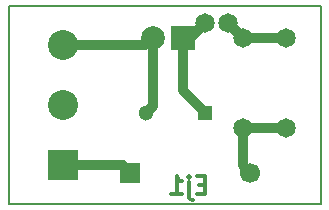
<source format=gbr>
G04 #@! TF.FileFunction,Copper,L2,Bot,Signal*
%FSLAX46Y46*%
G04 Gerber Fmt 4.6, Leading zero omitted, Abs format (unit mm)*
G04 Created by KiCad (PCBNEW 4.0.0-rc1-stable) date 30/11/2015 17:21:37*
%MOMM*%
G01*
G04 APERTURE LIST*
%ADD10C,0.100000*%
%ADD11C,0.150000*%
%ADD12C,0.300000*%
%ADD13R,1.300000X1.300000*%
%ADD14C,1.300000*%
%ADD15R,2.000000X2.000000*%
%ADD16C,2.000000*%
%ADD17C,1.699260*%
%ADD18R,1.699260X1.699260*%
%ADD19R,2.540000X2.540000*%
%ADD20C,2.540000*%
%ADD21C,1.651000*%
%ADD22C,0.812800*%
G04 APERTURE END LIST*
D10*
D11*
X176784000Y-116332000D02*
X176784000Y-99568000D01*
X150368000Y-116332000D02*
X176784000Y-116332000D01*
X150368000Y-99568000D02*
X150368000Y-116332000D01*
X176784000Y-99568000D02*
X150368000Y-99568000D01*
D12*
X167000857Y-114700857D02*
X166500857Y-114700857D01*
X166286571Y-115486571D02*
X167000857Y-115486571D01*
X167000857Y-113986571D01*
X166286571Y-113986571D01*
X165643714Y-114486571D02*
X165643714Y-115772286D01*
X165715143Y-115915143D01*
X165858000Y-115986571D01*
X165929428Y-115986571D01*
X165643714Y-113986571D02*
X165715143Y-114058000D01*
X165643714Y-114129429D01*
X165572286Y-114058000D01*
X165643714Y-113986571D01*
X165643714Y-114129429D01*
X164143714Y-115486571D02*
X165000857Y-115486571D01*
X164572285Y-115486571D02*
X164572285Y-113986571D01*
X164715142Y-114200857D01*
X164858000Y-114343714D01*
X165000857Y-114415143D01*
D13*
X167005000Y-108585000D03*
D14*
X162005000Y-108585000D03*
D15*
X165100000Y-102235000D03*
D16*
X162560000Y-102235000D03*
D17*
X170815520Y-113662460D03*
D18*
X160655520Y-113662460D03*
D19*
X154940000Y-113030000D03*
D20*
X154940000Y-107950000D03*
X154940000Y-102870000D03*
D21*
X170180000Y-102235000D03*
X170180000Y-109855000D03*
X173863000Y-102235000D03*
X173863000Y-109855000D03*
X168910000Y-100965000D03*
X167005000Y-100965000D03*
D22*
X170180000Y-102235000D02*
X173863000Y-102235000D01*
X165100000Y-102235000D02*
X165735000Y-102235000D01*
X165735000Y-102235000D02*
X167005000Y-100965000D01*
X168910000Y-100965000D02*
X170180000Y-102235000D01*
X167005000Y-108585000D02*
X165100000Y-106680000D01*
X165100000Y-106680000D02*
X165100000Y-102235000D01*
X154940000Y-102870000D02*
X161925000Y-102870000D01*
X161925000Y-102870000D02*
X162560000Y-102235000D01*
X162560000Y-102235000D02*
X162560000Y-108030000D01*
X162560000Y-108030000D02*
X162005000Y-108585000D01*
X170180000Y-109855000D02*
X173863000Y-109855000D01*
X170180000Y-109855000D02*
X170180000Y-113026940D01*
X170180000Y-113026940D02*
X170815520Y-113662460D01*
X154940000Y-113030000D02*
X160023060Y-113030000D01*
X160023060Y-113030000D02*
X160655520Y-113662460D01*
M02*

</source>
